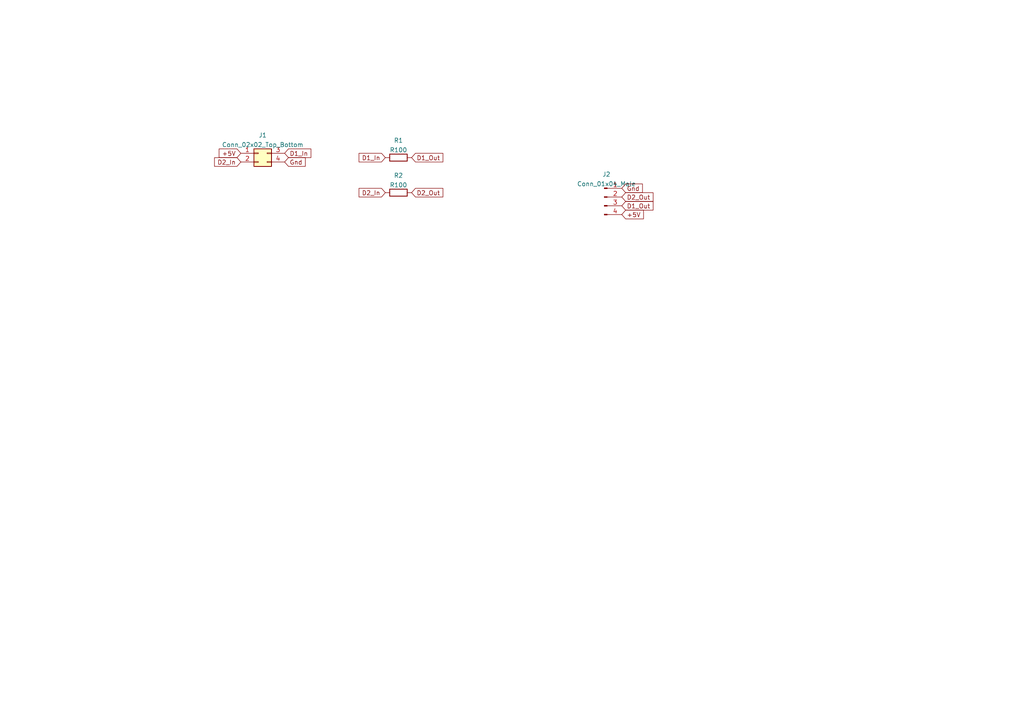
<source format=kicad_sch>
(kicad_sch (version 20211123) (generator eeschema)
  (paper "A4")
  (lib_symbols
    (symbol "Connector:Conn_01x04_Male" (pin_names (offset 1.016) hide)
      (property "Reference" "J" (at 0 5.08 0))
      (property "Value" "Conn_01x04_Male" (at 0 -7.62 0))
      (symbol "Conn_01x04_Male_1_1"
        (polyline (pts (xy 1.27 -5.08) (xy 0.8636 -5.08)) (stroke (width 0.1524)))
        (polyline (pts (xy 1.27 -2.54) (xy 0.8636 -2.54)) (stroke (width 0.1524)))
        (polyline (pts (xy 1.27 0) (xy 0.8636 0)) (stroke (width 0.1524)))
        (polyline (pts (xy 1.27 2.54) (xy 0.8636 2.54)) (stroke (width 0.1524)))
        (rectangle (start 0.8636 -4.953) (end 0 -5.207) (stroke (width 0.1524)) (fill (type outline)))
        (rectangle (start 0.8636 -2.413) (end 0 -2.667) (stroke (width 0.1524)) (fill (type outline)))
        (rectangle (start 0.8636 0.127) (end 0 -0.127) (stroke (width 0.1524)) (fill (type outline)))
        (rectangle (start 0.8636 2.667) (end 0 2.413) (stroke (width 0.1524)) (fill (type outline)))
        (pin passive line (at 5.08 2.54 180) (length 3.81) (name "Pin_1") (number "1"))
        (pin passive line (at 5.08 0 180) (length 3.81) (name "Pin_2") (number "2"))
        (pin passive line (at 5.08 -2.54 180) (length 3.81) (name "Pin_3") (number "3"))
        (pin passive line (at 5.08 -5.08 180) (length 3.81) (name "Pin_4") (number "4"))
      )
    )
    (symbol "Connector_Generic:Conn_02x02_Top_Bottom" (pin_names (offset 1.016) hide)
      (property "Reference" "J" (at 1.27 2.54 0))
      (property "Value" "Conn_02x02_Top_Bottom" (at 1.27 -5.08 0))
      (symbol "Conn_02x02_Top_Bottom_1_1"
        (rectangle (start -1.27 -2.413) (end 0 -2.667) (stroke (width 0.1524)))
        (rectangle (start -1.27 0.127) (end 0 -0.127) (stroke (width 0.1524)))
        (rectangle (start -1.27 1.27) (end 3.81 -3.81) (stroke (width 0.254)) (fill (type background)))
        (rectangle (start 3.81 -2.413) (end 2.54 -2.667) (stroke (width 0.1524)))
        (rectangle (start 3.81 0.127) (end 2.54 -0.127) (stroke (width 0.1524)))
        (pin passive line (at -5.08 0 0) (length 3.81) (name "Pin_1") (number "1"))
        (pin passive line (at -5.08 -2.54 0) (length 3.81) (name "Pin_2") (number "2"))
        (pin passive line (at 7.62 0 180) (length 3.81) (name "Pin_3") (number "3"))
        (pin passive line (at 7.62 -2.54 180) (length 3.81) (name "Pin_4") (number "4"))
      )
    )
    (symbol "Device:R" (pin_numbers hide) (pin_names (offset 0))
      (property "Reference" "R" (at 2.032 0 90))
      (property "Value" "R" (at 0 0 90))
      (symbol "R_0_1"
        (rectangle (start -1.016 -2.54) (end 1.016 2.54) (stroke (width 0.254)))
      )
      (symbol "R_1_1"
        (pin passive line (at 0 3.81 270) (length 1.27) (name "~") (number "1"))
        (pin passive line (at 0 -3.81 90) (length 1.27) (name "~") (number "2"))
      )
    )
  )
  (global_label "D1_Out" (shape input) (at 119.38 45.72 0) (property "Intersheet References" "${INTERSHEET_REFS}" (effects hide)))
  (global_label "D2_In" (shape input) (at 69.85 46.99 180) (property "Intersheet References" "${INTERSHEET_REFS}" (effects hide)))
  (global_label "D2_Out" (shape input) (at 119.38 55.88 0) (property "Intersheet References" "${INTERSHEET_REFS}" (effects hide)))
  (global_label "+5V" (shape input) (at 69.85 44.45 180) (property "Intersheet References" "${INTERSHEET_REFS}" (effects hide)))
  (global_label "D1_In" (shape input) (at 82.55 44.45 0) (property "Intersheet References" "${INTERSHEET_REFS}" (effects hide)))
  (global_label "D1_In" (shape input) (at 111.76 45.72 180) (property "Intersheet References" "${INTERSHEET_REFS}" (effects hide)))
  (global_label "D1_Out" (shape input) (at 180.34 59.69 0) (property "Intersheet References" "${INTERSHEET_REFS}" (effects hide)))
  (global_label "Gnd" (shape input) (at 82.55 46.99 0) (property "Intersheet References" "${INTERSHEET_REFS}" (effects hide)))
  (global_label "D2_In" (shape input) (at 111.76 55.88 180) (property "Intersheet References" "${INTERSHEET_REFS}" (effects hide)))
  (global_label "+5V" (shape input) (at 180.34 62.23 0) (property "Intersheet References" "${INTERSHEET_REFS}" (effects hide)))
  (global_label "Gnd" (shape input) (at 180.34 54.61 0) (property "Intersheet References" "${INTERSHEET_REFS}" (effects hide)))
  (global_label "D2_Out" (shape input) (at 180.34 57.15 0) (property "Intersheet References" "${INTERSHEET_REFS}" (effects hide)))
  (symbol (lib_id "Connector_Generic:Conn_02x02_Top_Bottom") (at 74.93 44.45 0) (unit 1)
    (property "Reference" "J1" (at 76.2 39.2135 0))
    (property "Value" "Conn_02x02_Top_Bottom" (at 76.2 41.9886 0))
    (property "Footprint" "Connector_Molex:Molex_Micro-Fit_3.0_43045-0400_2x02_P3.00mm_Horizontal" (effects hide))
  )
  (symbol (lib_id "Device:R") (at 115.57 55.88 90) (unit 1)
    (property "Reference" "R2" (at 115.57 50.8975 90))
    (property "Value" "R100" (at 115.57 53.6726 90))
    (property "Footprint" "Resistor_SMD:R_0805_2012Metric" (effects hide))
  )
  (symbol (lib_id "Connector:Conn_01x04_Male") (at 175.26 57.15 0) (unit 1)
    (property "Reference" "J2" (at 175.895 50.5673 0))
    (property "Value" "Conn_01x04_Male" (at 175.895 53.3424 0))
    (property "Footprint" "Connector_PinHeader_2.54mm:PinHeader_1x04_P2.54mm_Vertical" (effects hide))
  )
  (symbol (lib_id "Device:R") (at 115.57 45.72 90) (unit 1)
    (property "Reference" "R1" (at 115.57 40.7375 90))
    (property "Value" "R100" (at 115.57 43.5126 90))
    (property "Footprint" "Resistor_SMD:R_0805_2012Metric" (effects hide))
  )
)
</source>
